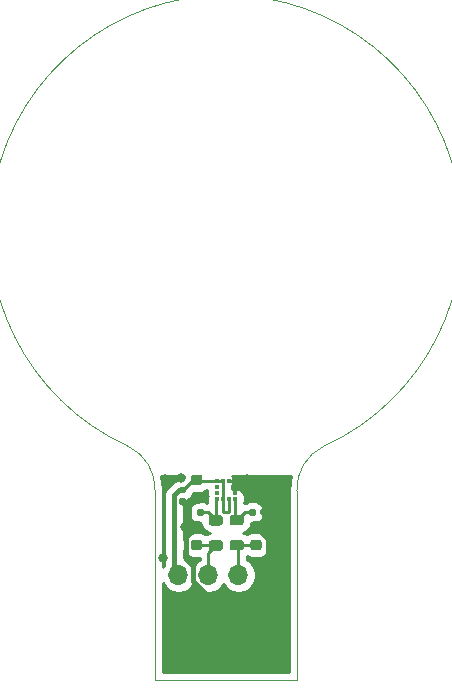
<source format=gbr>
%TF.GenerationSoftware,KiCad,Pcbnew,(5.1.8-0-10_14)*%
%TF.CreationDate,2020-11-27T17:03:58+01:00*%
%TF.ProjectId,VibrationSensor,56696272-6174-4696-9f6e-53656e736f72,rev?*%
%TF.SameCoordinates,Original*%
%TF.FileFunction,Copper,L1,Top*%
%TF.FilePolarity,Positive*%
%FSLAX46Y46*%
G04 Gerber Fmt 4.6, Leading zero omitted, Abs format (unit mm)*
G04 Created by KiCad (PCBNEW (5.1.8-0-10_14)) date 2020-11-27 17:03:58*
%MOMM*%
%LPD*%
G01*
G04 APERTURE LIST*
%TA.AperFunction,Profile*%
%ADD10C,0.050000*%
%TD*%
%TA.AperFunction,ComponentPad*%
%ADD11O,1.700000X1.700000*%
%TD*%
%TA.AperFunction,ComponentPad*%
%ADD12R,1.700000X1.700000*%
%TD*%
%TA.AperFunction,SMDPad,CuDef*%
%ADD13R,0.375000X0.350000*%
%TD*%
%TA.AperFunction,SMDPad,CuDef*%
%ADD14R,0.350000X0.375000*%
%TD*%
%TA.AperFunction,ViaPad*%
%ADD15C,0.800000*%
%TD*%
%TA.AperFunction,Conductor*%
%ADD16C,0.250000*%
%TD*%
%TA.AperFunction,Conductor*%
%ADD17C,0.400000*%
%TD*%
%TA.AperFunction,Conductor*%
%ADD18C,0.600000*%
%TD*%
%TA.AperFunction,Conductor*%
%ADD19C,0.254000*%
%TD*%
%TA.AperFunction,Conductor*%
%ADD20C,0.100000*%
%TD*%
G04 APERTURE END LIST*
D10*
X126000000Y-110000000D02*
X138000000Y-110000000D01*
X138000000Y-94000000D02*
X138000000Y-110000000D01*
X140297982Y-90195702D02*
G75*
G03*
X138000000Y-94000000I1702018J-3624298D01*
G01*
X123702018Y-90195702D02*
G75*
G02*
X126000000Y-94000000I-1702018J-3624298D01*
G01*
X126000000Y-94000000D02*
X126000000Y-110000000D01*
X123702017Y-90195702D02*
G75*
G02*
X140297982Y-90195702I8297983J18195702D01*
G01*
D11*
%TO.P,J101,4*%
%TO.N,+3V3*%
X127980000Y-101100000D03*
%TO.P,J101,3*%
%TO.N,/SCL*%
X130520000Y-101100000D03*
%TO.P,J101,2*%
%TO.N,/SDA*%
X133060000Y-101100000D03*
D12*
%TO.P,J101,1*%
%TO.N,GND*%
X135600000Y-101100000D03*
%TD*%
%TO.P,FB102,2*%
%TO.N,Net-(C105-Pad1)*%
%TA.AperFunction,SMDPad,CuDef*%
G36*
G01*
X131521250Y-96915000D02*
X130758750Y-96915000D01*
G75*
G02*
X130540000Y-96696250I0J218750D01*
G01*
X130540000Y-96258750D01*
G75*
G02*
X130758750Y-96040000I218750J0D01*
G01*
X131521250Y-96040000D01*
G75*
G02*
X131740000Y-96258750I0J-218750D01*
G01*
X131740000Y-96696250D01*
G75*
G02*
X131521250Y-96915000I-218750J0D01*
G01*
G37*
%TD.AperFunction*%
%TO.P,FB102,1*%
%TO.N,/SCL*%
%TA.AperFunction,SMDPad,CuDef*%
G36*
G01*
X131521250Y-99040000D02*
X130758750Y-99040000D01*
G75*
G02*
X130540000Y-98821250I0J218750D01*
G01*
X130540000Y-98383750D01*
G75*
G02*
X130758750Y-98165000I218750J0D01*
G01*
X131521250Y-98165000D01*
G75*
G02*
X131740000Y-98383750I0J-218750D01*
G01*
X131740000Y-98821250D01*
G75*
G02*
X131521250Y-99040000I-218750J0D01*
G01*
G37*
%TD.AperFunction*%
%TD*%
%TO.P,FB101,2*%
%TO.N,Net-(C104-Pad1)*%
%TA.AperFunction,SMDPad,CuDef*%
G36*
G01*
X133291250Y-96895000D02*
X132528750Y-96895000D01*
G75*
G02*
X132310000Y-96676250I0J218750D01*
G01*
X132310000Y-96238750D01*
G75*
G02*
X132528750Y-96020000I218750J0D01*
G01*
X133291250Y-96020000D01*
G75*
G02*
X133510000Y-96238750I0J-218750D01*
G01*
X133510000Y-96676250D01*
G75*
G02*
X133291250Y-96895000I-218750J0D01*
G01*
G37*
%TD.AperFunction*%
%TO.P,FB101,1*%
%TO.N,/SDA*%
%TA.AperFunction,SMDPad,CuDef*%
G36*
G01*
X133291250Y-99020000D02*
X132528750Y-99020000D01*
G75*
G02*
X132310000Y-98801250I0J218750D01*
G01*
X132310000Y-98363750D01*
G75*
G02*
X132528750Y-98145000I218750J0D01*
G01*
X133291250Y-98145000D01*
G75*
G02*
X133510000Y-98363750I0J-218750D01*
G01*
X133510000Y-98801250D01*
G75*
G02*
X133291250Y-99020000I-218750J0D01*
G01*
G37*
%TD.AperFunction*%
%TD*%
%TO.P,C105,2*%
%TO.N,GND*%
%TA.AperFunction,SMDPad,CuDef*%
G36*
G01*
X129150000Y-95630000D02*
X129150000Y-95970000D01*
G75*
G02*
X129010000Y-96110000I-140000J0D01*
G01*
X128730000Y-96110000D01*
G75*
G02*
X128590000Y-95970000I0J140000D01*
G01*
X128590000Y-95630000D01*
G75*
G02*
X128730000Y-95490000I140000J0D01*
G01*
X129010000Y-95490000D01*
G75*
G02*
X129150000Y-95630000I0J-140000D01*
G01*
G37*
%TD.AperFunction*%
%TO.P,C105,1*%
%TO.N,Net-(C105-Pad1)*%
%TA.AperFunction,SMDPad,CuDef*%
G36*
G01*
X130110000Y-95630000D02*
X130110000Y-95970000D01*
G75*
G02*
X129970000Y-96110000I-140000J0D01*
G01*
X129690000Y-96110000D01*
G75*
G02*
X129550000Y-95970000I0J140000D01*
G01*
X129550000Y-95630000D01*
G75*
G02*
X129690000Y-95490000I140000J0D01*
G01*
X129970000Y-95490000D01*
G75*
G02*
X130110000Y-95630000I0J-140000D01*
G01*
G37*
%TD.AperFunction*%
%TD*%
%TO.P,C104,2*%
%TO.N,GND*%
%TA.AperFunction,SMDPad,CuDef*%
G36*
G01*
X134920000Y-95960000D02*
X134920000Y-95620000D01*
G75*
G02*
X135060000Y-95480000I140000J0D01*
G01*
X135340000Y-95480000D01*
G75*
G02*
X135480000Y-95620000I0J-140000D01*
G01*
X135480000Y-95960000D01*
G75*
G02*
X135340000Y-96100000I-140000J0D01*
G01*
X135060000Y-96100000D01*
G75*
G02*
X134920000Y-95960000I0J140000D01*
G01*
G37*
%TD.AperFunction*%
%TO.P,C104,1*%
%TO.N,Net-(C104-Pad1)*%
%TA.AperFunction,SMDPad,CuDef*%
G36*
G01*
X133960000Y-95960000D02*
X133960000Y-95620000D01*
G75*
G02*
X134100000Y-95480000I140000J0D01*
G01*
X134380000Y-95480000D01*
G75*
G02*
X134520000Y-95620000I0J-140000D01*
G01*
X134520000Y-95960000D01*
G75*
G02*
X134380000Y-96100000I-140000J0D01*
G01*
X134100000Y-96100000D01*
G75*
G02*
X133960000Y-95960000I0J140000D01*
G01*
G37*
%TD.AperFunction*%
%TD*%
%TO.P,C103,2*%
%TO.N,GND*%
%TA.AperFunction,SMDPad,CuDef*%
G36*
G01*
X129760000Y-97455000D02*
X129260000Y-97455000D01*
G75*
G02*
X129035000Y-97230000I0J225000D01*
G01*
X129035000Y-96780000D01*
G75*
G02*
X129260000Y-96555000I225000J0D01*
G01*
X129760000Y-96555000D01*
G75*
G02*
X129985000Y-96780000I0J-225000D01*
G01*
X129985000Y-97230000D01*
G75*
G02*
X129760000Y-97455000I-225000J0D01*
G01*
G37*
%TD.AperFunction*%
%TO.P,C103,1*%
%TO.N,/SCL*%
%TA.AperFunction,SMDPad,CuDef*%
G36*
G01*
X129760000Y-99005000D02*
X129260000Y-99005000D01*
G75*
G02*
X129035000Y-98780000I0J225000D01*
G01*
X129035000Y-98330000D01*
G75*
G02*
X129260000Y-98105000I225000J0D01*
G01*
X129760000Y-98105000D01*
G75*
G02*
X129985000Y-98330000I0J-225000D01*
G01*
X129985000Y-98780000D01*
G75*
G02*
X129760000Y-99005000I-225000J0D01*
G01*
G37*
%TD.AperFunction*%
%TD*%
%TO.P,C102,2*%
%TO.N,GND*%
%TA.AperFunction,SMDPad,CuDef*%
G36*
G01*
X134790000Y-97465000D02*
X134290000Y-97465000D01*
G75*
G02*
X134065000Y-97240000I0J225000D01*
G01*
X134065000Y-96790000D01*
G75*
G02*
X134290000Y-96565000I225000J0D01*
G01*
X134790000Y-96565000D01*
G75*
G02*
X135015000Y-96790000I0J-225000D01*
G01*
X135015000Y-97240000D01*
G75*
G02*
X134790000Y-97465000I-225000J0D01*
G01*
G37*
%TD.AperFunction*%
%TO.P,C102,1*%
%TO.N,/SDA*%
%TA.AperFunction,SMDPad,CuDef*%
G36*
G01*
X134790000Y-99015000D02*
X134290000Y-99015000D01*
G75*
G02*
X134065000Y-98790000I0J225000D01*
G01*
X134065000Y-98340000D01*
G75*
G02*
X134290000Y-98115000I225000J0D01*
G01*
X134790000Y-98115000D01*
G75*
G02*
X135015000Y-98340000I0J-225000D01*
G01*
X135015000Y-98790000D01*
G75*
G02*
X134790000Y-99015000I-225000J0D01*
G01*
G37*
%TD.AperFunction*%
%TD*%
D13*
%TO.P,U101,12*%
%TO.N,N/C*%
X131247500Y-94120000D03*
%TO.P,U101,11*%
X131247500Y-93620000D03*
%TO.P,U101,6*%
%TO.N,GND*%
X132772500Y-93620000D03*
%TO.P,U101,5*%
X132772500Y-94120000D03*
D14*
%TO.P,U101,10*%
%TO.N,+3V3*%
X131260000Y-93107500D03*
%TO.P,U101,1*%
%TO.N,Net-(C105-Pad1)*%
X131260000Y-94632500D03*
%TO.P,U101,7*%
%TO.N,GND*%
X132760000Y-93107500D03*
%TO.P,U101,4*%
%TO.N,Net-(C104-Pad1)*%
X132760000Y-94632500D03*
%TO.P,U101,8*%
%TO.N,GND*%
X132260000Y-93107500D03*
%TO.P,U101,9*%
%TO.N,+3V3*%
X131760000Y-93107500D03*
%TO.P,U101,3*%
X132260000Y-94632500D03*
%TO.P,U101,2*%
X131760000Y-94632500D03*
%TD*%
%TO.P,C305,2*%
%TO.N,+3V3*%
%TA.AperFunction,SMDPad,CuDef*%
G36*
G01*
X128470000Y-94200000D02*
X128130000Y-94200000D01*
G75*
G02*
X127990000Y-94060000I0J140000D01*
G01*
X127990000Y-93780000D01*
G75*
G02*
X128130000Y-93640000I140000J0D01*
G01*
X128470000Y-93640000D01*
G75*
G02*
X128610000Y-93780000I0J-140000D01*
G01*
X128610000Y-94060000D01*
G75*
G02*
X128470000Y-94200000I-140000J0D01*
G01*
G37*
%TD.AperFunction*%
%TO.P,C305,1*%
%TO.N,GND*%
%TA.AperFunction,SMDPad,CuDef*%
G36*
G01*
X128470000Y-95160000D02*
X128130000Y-95160000D01*
G75*
G02*
X127990000Y-95020000I0J140000D01*
G01*
X127990000Y-94740000D01*
G75*
G02*
X128130000Y-94600000I140000J0D01*
G01*
X128470000Y-94600000D01*
G75*
G02*
X128610000Y-94740000I0J-140000D01*
G01*
X128610000Y-95020000D01*
G75*
G02*
X128470000Y-95160000I-140000J0D01*
G01*
G37*
%TD.AperFunction*%
%TD*%
%TO.P,C101,2*%
%TO.N,+3V3*%
%TA.AperFunction,SMDPad,CuDef*%
G36*
G01*
X129770000Y-93505000D02*
X129270000Y-93505000D01*
G75*
G02*
X129045000Y-93280000I0J225000D01*
G01*
X129045000Y-92830000D01*
G75*
G02*
X129270000Y-92605000I225000J0D01*
G01*
X129770000Y-92605000D01*
G75*
G02*
X129995000Y-92830000I0J-225000D01*
G01*
X129995000Y-93280000D01*
G75*
G02*
X129770000Y-93505000I-225000J0D01*
G01*
G37*
%TD.AperFunction*%
%TO.P,C101,1*%
%TO.N,GND*%
%TA.AperFunction,SMDPad,CuDef*%
G36*
G01*
X129770000Y-95055000D02*
X129270000Y-95055000D01*
G75*
G02*
X129045000Y-94830000I0J225000D01*
G01*
X129045000Y-94380000D01*
G75*
G02*
X129270000Y-94155000I225000J0D01*
G01*
X129770000Y-94155000D01*
G75*
G02*
X129995000Y-94380000I0J-225000D01*
G01*
X129995000Y-94830000D01*
G75*
G02*
X129770000Y-95055000I-225000J0D01*
G01*
G37*
%TD.AperFunction*%
%TD*%
D15*
%TO.N,GND*%
X126800000Y-93000000D03*
X137100000Y-93100000D03*
X137000000Y-109000000D03*
X127000000Y-109000000D03*
X131900000Y-109000000D03*
X127000000Y-102800000D03*
X129400000Y-102800000D03*
X131880000Y-102720000D03*
X134480000Y-102720000D03*
X133800000Y-93000000D03*
X126700000Y-99700000D03*
X128200000Y-92900000D03*
X128510000Y-97040000D03*
X135490000Y-97000000D03*
%TD*%
D16*
%TO.N,GND*%
X132260000Y-93107500D02*
X132760000Y-93107500D01*
X132760000Y-93607500D02*
X132772500Y-93620000D01*
X132760000Y-93107500D02*
X132760000Y-93607500D01*
X135600000Y-101100000D02*
X135600000Y-101670000D01*
D17*
X135600000Y-101100000D02*
X135600000Y-101630000D01*
X135600000Y-101630000D02*
X134510000Y-102720000D01*
X129230001Y-101630001D02*
X129230001Y-100320001D01*
X130320000Y-102720000D02*
X129230001Y-101630001D01*
X134510000Y-102720000D02*
X134480000Y-102720000D01*
X128634990Y-97880010D02*
X129510000Y-97005000D01*
X128634990Y-99724990D02*
X128634990Y-97880010D01*
X129230001Y-100320001D02*
X128634990Y-99724990D01*
X128870000Y-96365000D02*
X128870000Y-95800000D01*
X129510000Y-97005000D02*
X128870000Y-96365000D01*
X128870000Y-95450000D02*
X128300000Y-94880000D01*
X128870000Y-95800000D02*
X128870000Y-95450000D01*
X129245000Y-94880000D02*
X129520000Y-94605000D01*
X128300000Y-94880000D02*
X129245000Y-94880000D01*
X135600000Y-98075000D02*
X134540000Y-97015000D01*
X135600000Y-101100000D02*
X135600000Y-98075000D01*
X135200000Y-96355000D02*
X135200000Y-95790000D01*
X134540000Y-97015000D02*
X135200000Y-96355000D01*
D16*
X132772500Y-93620000D02*
X132772500Y-94120000D01*
X135200000Y-95790000D02*
X135200000Y-94510000D01*
X134310000Y-93620000D02*
X132772500Y-93620000D01*
X135200000Y-94510000D02*
X134310000Y-93620000D01*
D17*
X131880000Y-102720000D02*
X130320000Y-102720000D01*
X134480000Y-102720000D02*
X131880000Y-102720000D01*
D18*
X128545000Y-97005000D02*
X128510000Y-97040000D01*
X129510000Y-97005000D02*
X128545000Y-97005000D01*
X135475000Y-97015000D02*
X135490000Y-97000000D01*
X134540000Y-97015000D02*
X135475000Y-97015000D01*
D16*
%TO.N,+3V3*%
X131760000Y-94632500D02*
X131760000Y-93107500D01*
X131760000Y-93107500D02*
X131260000Y-93107500D01*
X129572500Y-93107500D02*
X129520000Y-93055000D01*
X131260000Y-93107500D02*
X129572500Y-93107500D01*
X129520000Y-93055000D02*
X129195000Y-93055000D01*
X128330000Y-93920000D02*
X128300000Y-93920000D01*
X129195000Y-93055000D02*
X128330000Y-93920000D01*
D17*
X127589990Y-100709990D02*
X127980000Y-101100000D01*
X127589990Y-94320010D02*
X127589990Y-100709990D01*
X127990000Y-93920000D02*
X127589990Y-94320010D01*
X128300000Y-93920000D02*
X127990000Y-93920000D01*
D16*
X132260000Y-94632500D02*
X132260000Y-95750000D01*
X132260000Y-95750000D02*
X131760000Y-95750000D01*
X131760000Y-95750000D02*
X131760000Y-94632500D01*
%TO.N,/SCL*%
X130520000Y-99222500D02*
X131140000Y-98602500D01*
X130520000Y-101100000D02*
X130520000Y-99222500D01*
X130520000Y-101100000D02*
X130520000Y-99565000D01*
X129557500Y-98602500D02*
X129510000Y-98555000D01*
X131140000Y-98602500D02*
X129557500Y-98602500D01*
%TO.N,/SDA*%
X133060000Y-98732500D02*
X132910000Y-98582500D01*
X133060000Y-101100000D02*
X133060000Y-98732500D01*
X134522500Y-98582500D02*
X134540000Y-98565000D01*
X132910000Y-98582500D02*
X134522500Y-98582500D01*
%TO.N,Net-(C104-Pad1)*%
X132760000Y-96307500D02*
X132910000Y-96457500D01*
X132760000Y-94632500D02*
X132760000Y-96307500D01*
X133577500Y-95790000D02*
X132910000Y-96457500D01*
X134240000Y-95790000D02*
X133577500Y-95790000D01*
%TO.N,Net-(C105-Pad1)*%
X131140000Y-94752500D02*
X131260000Y-94632500D01*
X131140000Y-96477500D02*
X131140000Y-94752500D01*
X130462500Y-95800000D02*
X131140000Y-96477500D01*
X129830000Y-95800000D02*
X130462500Y-95800000D01*
%TD*%
D19*
%TO.N,GND*%
X137401449Y-93057471D02*
X137392480Y-93116613D01*
X137382686Y-93175625D01*
X137382136Y-93184824D01*
X137341709Y-93950228D01*
X137340000Y-93967582D01*
X137340001Y-109340000D01*
X126660000Y-109340000D01*
X126660000Y-101793730D01*
X126664010Y-101803411D01*
X126826525Y-102046632D01*
X127033368Y-102253475D01*
X127276589Y-102415990D01*
X127546842Y-102527932D01*
X127833740Y-102585000D01*
X128126260Y-102585000D01*
X128413158Y-102527932D01*
X128683411Y-102415990D01*
X128926632Y-102253475D01*
X129133475Y-102046632D01*
X129250000Y-101872240D01*
X129366525Y-102046632D01*
X129573368Y-102253475D01*
X129816589Y-102415990D01*
X130086842Y-102527932D01*
X130373740Y-102585000D01*
X130666260Y-102585000D01*
X130953158Y-102527932D01*
X131223411Y-102415990D01*
X131466632Y-102253475D01*
X131673475Y-102046632D01*
X131790000Y-101872240D01*
X131906525Y-102046632D01*
X132113368Y-102253475D01*
X132356589Y-102415990D01*
X132626842Y-102527932D01*
X132913740Y-102585000D01*
X133206260Y-102585000D01*
X133493158Y-102527932D01*
X133763411Y-102415990D01*
X134006632Y-102253475D01*
X134213475Y-102046632D01*
X134375990Y-101803411D01*
X134487932Y-101533158D01*
X134545000Y-101246260D01*
X134545000Y-100953740D01*
X134487932Y-100666842D01*
X134375990Y-100396589D01*
X134213475Y-100153368D01*
X134006632Y-99946525D01*
X133820000Y-99821822D01*
X133820000Y-99512694D01*
X133959717Y-99587375D01*
X134121623Y-99636488D01*
X134290000Y-99653072D01*
X134790000Y-99653072D01*
X134958377Y-99636488D01*
X135120283Y-99587375D01*
X135269497Y-99507618D01*
X135400284Y-99400284D01*
X135507618Y-99269497D01*
X135587375Y-99120283D01*
X135636488Y-98958377D01*
X135653072Y-98790000D01*
X135653072Y-98340000D01*
X135636488Y-98171623D01*
X135587375Y-98009717D01*
X135507618Y-97860503D01*
X135400284Y-97729716D01*
X135269497Y-97622382D01*
X135120283Y-97542625D01*
X134958377Y-97493512D01*
X134790000Y-97476928D01*
X134290000Y-97476928D01*
X134121623Y-97493512D01*
X133959717Y-97542625D01*
X133810503Y-97622382D01*
X133771253Y-97654594D01*
X133767275Y-97651329D01*
X133619142Y-97572150D01*
X133458408Y-97523392D01*
X133423969Y-97520000D01*
X133458408Y-97516608D01*
X133619142Y-97467850D01*
X133767275Y-97388671D01*
X133897115Y-97282115D01*
X134003671Y-97152275D01*
X134082850Y-97004142D01*
X134131608Y-96843408D01*
X134141983Y-96738072D01*
X134380000Y-96738072D01*
X134531794Y-96723122D01*
X134677755Y-96678845D01*
X134812274Y-96606943D01*
X134930180Y-96510180D01*
X135026943Y-96392274D01*
X135098845Y-96257755D01*
X135143122Y-96111794D01*
X135158072Y-95960000D01*
X135158072Y-95620000D01*
X135143122Y-95468206D01*
X135098845Y-95322245D01*
X135026943Y-95187726D01*
X134930180Y-95069820D01*
X134812274Y-94973057D01*
X134677755Y-94901155D01*
X134531794Y-94856878D01*
X134380000Y-94841928D01*
X134100000Y-94841928D01*
X133948206Y-94856878D01*
X133802245Y-94901155D01*
X133667726Y-94973057D01*
X133600108Y-95028550D01*
X133577500Y-95026323D01*
X133540167Y-95030000D01*
X133534707Y-95030538D01*
X133560812Y-94944482D01*
X133573072Y-94820000D01*
X133573072Y-94445000D01*
X133560812Y-94320518D01*
X133524502Y-94200820D01*
X133465537Y-94090506D01*
X133386185Y-93993815D01*
X133289494Y-93914463D01*
X133179180Y-93855498D01*
X133059482Y-93819188D01*
X132935000Y-93806928D01*
X132585000Y-93806928D01*
X132520000Y-93813330D01*
X132520000Y-93547603D01*
X132524502Y-93539180D01*
X132560812Y-93419482D01*
X132573072Y-93295000D01*
X132573072Y-92920000D01*
X132560812Y-92795518D01*
X132540027Y-92727000D01*
X137485215Y-92727000D01*
X137401449Y-93057471D01*
%TA.AperFunction,Conductor*%
D20*
G36*
X137401449Y-93057471D02*
G01*
X137392480Y-93116613D01*
X137382686Y-93175625D01*
X137382136Y-93184824D01*
X137341709Y-93950228D01*
X137340000Y-93967582D01*
X137340001Y-109340000D01*
X126660000Y-109340000D01*
X126660000Y-101793730D01*
X126664010Y-101803411D01*
X126826525Y-102046632D01*
X127033368Y-102253475D01*
X127276589Y-102415990D01*
X127546842Y-102527932D01*
X127833740Y-102585000D01*
X128126260Y-102585000D01*
X128413158Y-102527932D01*
X128683411Y-102415990D01*
X128926632Y-102253475D01*
X129133475Y-102046632D01*
X129250000Y-101872240D01*
X129366525Y-102046632D01*
X129573368Y-102253475D01*
X129816589Y-102415990D01*
X130086842Y-102527932D01*
X130373740Y-102585000D01*
X130666260Y-102585000D01*
X130953158Y-102527932D01*
X131223411Y-102415990D01*
X131466632Y-102253475D01*
X131673475Y-102046632D01*
X131790000Y-101872240D01*
X131906525Y-102046632D01*
X132113368Y-102253475D01*
X132356589Y-102415990D01*
X132626842Y-102527932D01*
X132913740Y-102585000D01*
X133206260Y-102585000D01*
X133493158Y-102527932D01*
X133763411Y-102415990D01*
X134006632Y-102253475D01*
X134213475Y-102046632D01*
X134375990Y-101803411D01*
X134487932Y-101533158D01*
X134545000Y-101246260D01*
X134545000Y-100953740D01*
X134487932Y-100666842D01*
X134375990Y-100396589D01*
X134213475Y-100153368D01*
X134006632Y-99946525D01*
X133820000Y-99821822D01*
X133820000Y-99512694D01*
X133959717Y-99587375D01*
X134121623Y-99636488D01*
X134290000Y-99653072D01*
X134790000Y-99653072D01*
X134958377Y-99636488D01*
X135120283Y-99587375D01*
X135269497Y-99507618D01*
X135400284Y-99400284D01*
X135507618Y-99269497D01*
X135587375Y-99120283D01*
X135636488Y-98958377D01*
X135653072Y-98790000D01*
X135653072Y-98340000D01*
X135636488Y-98171623D01*
X135587375Y-98009717D01*
X135507618Y-97860503D01*
X135400284Y-97729716D01*
X135269497Y-97622382D01*
X135120283Y-97542625D01*
X134958377Y-97493512D01*
X134790000Y-97476928D01*
X134290000Y-97476928D01*
X134121623Y-97493512D01*
X133959717Y-97542625D01*
X133810503Y-97622382D01*
X133771253Y-97654594D01*
X133767275Y-97651329D01*
X133619142Y-97572150D01*
X133458408Y-97523392D01*
X133423969Y-97520000D01*
X133458408Y-97516608D01*
X133619142Y-97467850D01*
X133767275Y-97388671D01*
X133897115Y-97282115D01*
X134003671Y-97152275D01*
X134082850Y-97004142D01*
X134131608Y-96843408D01*
X134141983Y-96738072D01*
X134380000Y-96738072D01*
X134531794Y-96723122D01*
X134677755Y-96678845D01*
X134812274Y-96606943D01*
X134930180Y-96510180D01*
X135026943Y-96392274D01*
X135098845Y-96257755D01*
X135143122Y-96111794D01*
X135158072Y-95960000D01*
X135158072Y-95620000D01*
X135143122Y-95468206D01*
X135098845Y-95322245D01*
X135026943Y-95187726D01*
X134930180Y-95069820D01*
X134812274Y-94973057D01*
X134677755Y-94901155D01*
X134531794Y-94856878D01*
X134380000Y-94841928D01*
X134100000Y-94841928D01*
X133948206Y-94856878D01*
X133802245Y-94901155D01*
X133667726Y-94973057D01*
X133600108Y-95028550D01*
X133577500Y-95026323D01*
X133540167Y-95030000D01*
X133534707Y-95030538D01*
X133560812Y-94944482D01*
X133573072Y-94820000D01*
X133573072Y-94445000D01*
X133560812Y-94320518D01*
X133524502Y-94200820D01*
X133465537Y-94090506D01*
X133386185Y-93993815D01*
X133289494Y-93914463D01*
X133179180Y-93855498D01*
X133059482Y-93819188D01*
X132935000Y-93806928D01*
X132585000Y-93806928D01*
X132520000Y-93813330D01*
X132520000Y-93547603D01*
X132524502Y-93539180D01*
X132560812Y-93419482D01*
X132573072Y-93295000D01*
X132573072Y-92920000D01*
X132560812Y-92795518D01*
X132540027Y-92727000D01*
X137485215Y-92727000D01*
X137401449Y-93057471D01*
G37*
%TD.AperFunction*%
D19*
X128413672Y-92761526D02*
X128173271Y-93001928D01*
X128130000Y-93001928D01*
X127978206Y-93016878D01*
X127832245Y-93061155D01*
X127697726Y-93133057D01*
X127691868Y-93137865D01*
X127668913Y-93144828D01*
X127523854Y-93222364D01*
X127396709Y-93326709D01*
X127370558Y-93358574D01*
X127028568Y-93700565D01*
X126996699Y-93726719D01*
X126919721Y-93820518D01*
X126892354Y-93853865D01*
X126814818Y-93998924D01*
X126767072Y-94156322D01*
X126750950Y-94320010D01*
X126754990Y-94361029D01*
X126754991Y-100260426D01*
X126664010Y-100396589D01*
X126660000Y-100406270D01*
X126660000Y-94014203D01*
X126660054Y-94012949D01*
X126660000Y-94011963D01*
X126660000Y-93967581D01*
X126659647Y-93963993D01*
X126660065Y-93956405D01*
X126659607Y-93947201D01*
X126615378Y-93167000D01*
X126606178Y-93107873D01*
X126597809Y-93048661D01*
X126595573Y-93039721D01*
X126515020Y-92727000D01*
X128417073Y-92727000D01*
X128413672Y-92761526D01*
%TA.AperFunction,Conductor*%
D20*
G36*
X128413672Y-92761526D02*
G01*
X128173271Y-93001928D01*
X128130000Y-93001928D01*
X127978206Y-93016878D01*
X127832245Y-93061155D01*
X127697726Y-93133057D01*
X127691868Y-93137865D01*
X127668913Y-93144828D01*
X127523854Y-93222364D01*
X127396709Y-93326709D01*
X127370558Y-93358574D01*
X127028568Y-93700565D01*
X126996699Y-93726719D01*
X126919721Y-93820518D01*
X126892354Y-93853865D01*
X126814818Y-93998924D01*
X126767072Y-94156322D01*
X126750950Y-94320010D01*
X126754990Y-94361029D01*
X126754991Y-100260426D01*
X126664010Y-100396589D01*
X126660000Y-100406270D01*
X126660000Y-94014203D01*
X126660054Y-94012949D01*
X126660000Y-94011963D01*
X126660000Y-93967581D01*
X126659647Y-93963993D01*
X126660065Y-93956405D01*
X126659607Y-93947201D01*
X126615378Y-93167000D01*
X126606178Y-93107873D01*
X126597809Y-93048661D01*
X126595573Y-93039721D01*
X126515020Y-92727000D01*
X128417073Y-92727000D01*
X128413672Y-92761526D01*
G37*
%TD.AperFunction*%
D19*
X128462625Y-99110283D02*
X128542382Y-99259497D01*
X128649716Y-99390284D01*
X128780503Y-99497618D01*
X128929717Y-99577375D01*
X129091623Y-99626488D01*
X129260000Y-99643072D01*
X129760001Y-99643072D01*
X129760001Y-99821821D01*
X129573368Y-99946525D01*
X129366525Y-100153368D01*
X129250000Y-100327760D01*
X129133475Y-100153368D01*
X128926632Y-99946525D01*
X128683411Y-99784010D01*
X128424990Y-99676969D01*
X128424990Y-98986215D01*
X128462625Y-99110283D01*
%TA.AperFunction,Conductor*%
D20*
G36*
X128462625Y-99110283D02*
G01*
X128542382Y-99259497D01*
X128649716Y-99390284D01*
X128780503Y-99497618D01*
X128929717Y-99577375D01*
X129091623Y-99626488D01*
X129260000Y-99643072D01*
X129760001Y-99643072D01*
X129760001Y-99821821D01*
X129573368Y-99946525D01*
X129366525Y-100153368D01*
X129250000Y-100327760D01*
X129133475Y-100153368D01*
X128926632Y-99946525D01*
X128683411Y-99784010D01*
X128424990Y-99676969D01*
X128424990Y-98986215D01*
X128462625Y-99110283D01*
G37*
%TD.AperFunction*%
D19*
X130429315Y-93870000D02*
X130421928Y-93945000D01*
X130421928Y-94295000D01*
X130434188Y-94419482D01*
X130442175Y-94445810D01*
X130434454Y-94460254D01*
X130410513Y-94539180D01*
X130390998Y-94603514D01*
X130387036Y-94643743D01*
X130376324Y-94752500D01*
X130380001Y-94789832D01*
X130380001Y-94971152D01*
X130267755Y-94911155D01*
X130121794Y-94866878D01*
X129970000Y-94851928D01*
X129690000Y-94851928D01*
X129538206Y-94866878D01*
X129392245Y-94911155D01*
X129257726Y-94983057D01*
X129139820Y-95079820D01*
X129043057Y-95197726D01*
X128971155Y-95332245D01*
X128926878Y-95478206D01*
X128911928Y-95630000D01*
X128911928Y-95970000D01*
X128926878Y-96121794D01*
X128971155Y-96267755D01*
X129043057Y-96402274D01*
X129139820Y-96520180D01*
X129257726Y-96616943D01*
X129392245Y-96688845D01*
X129538206Y-96733122D01*
X129690000Y-96748072D01*
X129907032Y-96748072D01*
X129918392Y-96863408D01*
X129967150Y-97024142D01*
X130046329Y-97172275D01*
X130152885Y-97302115D01*
X130282725Y-97408671D01*
X130430858Y-97487850D01*
X130591592Y-97536608D01*
X130626031Y-97540000D01*
X130591592Y-97543392D01*
X130430858Y-97592150D01*
X130300044Y-97662072D01*
X130239497Y-97612382D01*
X130090283Y-97532625D01*
X129928377Y-97483512D01*
X129760000Y-97466928D01*
X129260000Y-97466928D01*
X129091623Y-97483512D01*
X128929717Y-97532625D01*
X128780503Y-97612382D01*
X128649716Y-97719716D01*
X128542382Y-97850503D01*
X128462625Y-97999717D01*
X128424990Y-98123785D01*
X128424990Y-94838072D01*
X128470000Y-94838072D01*
X128621794Y-94823122D01*
X128767755Y-94778845D01*
X128902274Y-94706943D01*
X129020180Y-94610180D01*
X129116943Y-94492274D01*
X129188845Y-94357755D01*
X129233122Y-94211794D01*
X129240180Y-94140135D01*
X129270000Y-94143072D01*
X129770000Y-94143072D01*
X129938377Y-94126488D01*
X130100283Y-94077375D01*
X130249497Y-93997618D01*
X130380284Y-93890284D01*
X130398982Y-93867500D01*
X130429068Y-93867500D01*
X130429315Y-93870000D01*
%TA.AperFunction,Conductor*%
D20*
G36*
X130429315Y-93870000D02*
G01*
X130421928Y-93945000D01*
X130421928Y-94295000D01*
X130434188Y-94419482D01*
X130442175Y-94445810D01*
X130434454Y-94460254D01*
X130410513Y-94539180D01*
X130390998Y-94603514D01*
X130387036Y-94643743D01*
X130376324Y-94752500D01*
X130380001Y-94789832D01*
X130380001Y-94971152D01*
X130267755Y-94911155D01*
X130121794Y-94866878D01*
X129970000Y-94851928D01*
X129690000Y-94851928D01*
X129538206Y-94866878D01*
X129392245Y-94911155D01*
X129257726Y-94983057D01*
X129139820Y-95079820D01*
X129043057Y-95197726D01*
X128971155Y-95332245D01*
X128926878Y-95478206D01*
X128911928Y-95630000D01*
X128911928Y-95970000D01*
X128926878Y-96121794D01*
X128971155Y-96267755D01*
X129043057Y-96402274D01*
X129139820Y-96520180D01*
X129257726Y-96616943D01*
X129392245Y-96688845D01*
X129538206Y-96733122D01*
X129690000Y-96748072D01*
X129907032Y-96748072D01*
X129918392Y-96863408D01*
X129967150Y-97024142D01*
X130046329Y-97172275D01*
X130152885Y-97302115D01*
X130282725Y-97408671D01*
X130430858Y-97487850D01*
X130591592Y-97536608D01*
X130626031Y-97540000D01*
X130591592Y-97543392D01*
X130430858Y-97592150D01*
X130300044Y-97662072D01*
X130239497Y-97612382D01*
X130090283Y-97532625D01*
X129928377Y-97483512D01*
X129760000Y-97466928D01*
X129260000Y-97466928D01*
X129091623Y-97483512D01*
X128929717Y-97532625D01*
X128780503Y-97612382D01*
X128649716Y-97719716D01*
X128542382Y-97850503D01*
X128462625Y-97999717D01*
X128424990Y-98123785D01*
X128424990Y-94838072D01*
X128470000Y-94838072D01*
X128621794Y-94823122D01*
X128767755Y-94778845D01*
X128902274Y-94706943D01*
X129020180Y-94610180D01*
X129116943Y-94492274D01*
X129188845Y-94357755D01*
X129233122Y-94211794D01*
X129240180Y-94140135D01*
X129270000Y-94143072D01*
X129770000Y-94143072D01*
X129938377Y-94126488D01*
X130100283Y-94077375D01*
X130249497Y-93997618D01*
X130380284Y-93890284D01*
X130398982Y-93867500D01*
X130429068Y-93867500D01*
X130429315Y-93870000D01*
G37*
%TD.AperFunction*%
%TD*%
M02*

</source>
